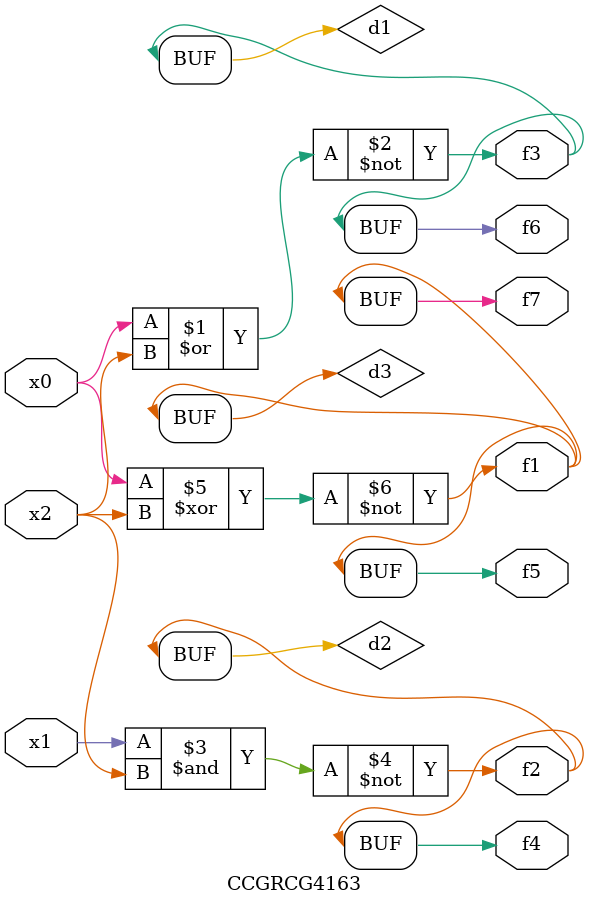
<source format=v>
module CCGRCG4163(
	input x0, x1, x2,
	output f1, f2, f3, f4, f5, f6, f7
);

	wire d1, d2, d3;

	nor (d1, x0, x2);
	nand (d2, x1, x2);
	xnor (d3, x0, x2);
	assign f1 = d3;
	assign f2 = d2;
	assign f3 = d1;
	assign f4 = d2;
	assign f5 = d3;
	assign f6 = d1;
	assign f7 = d3;
endmodule

</source>
